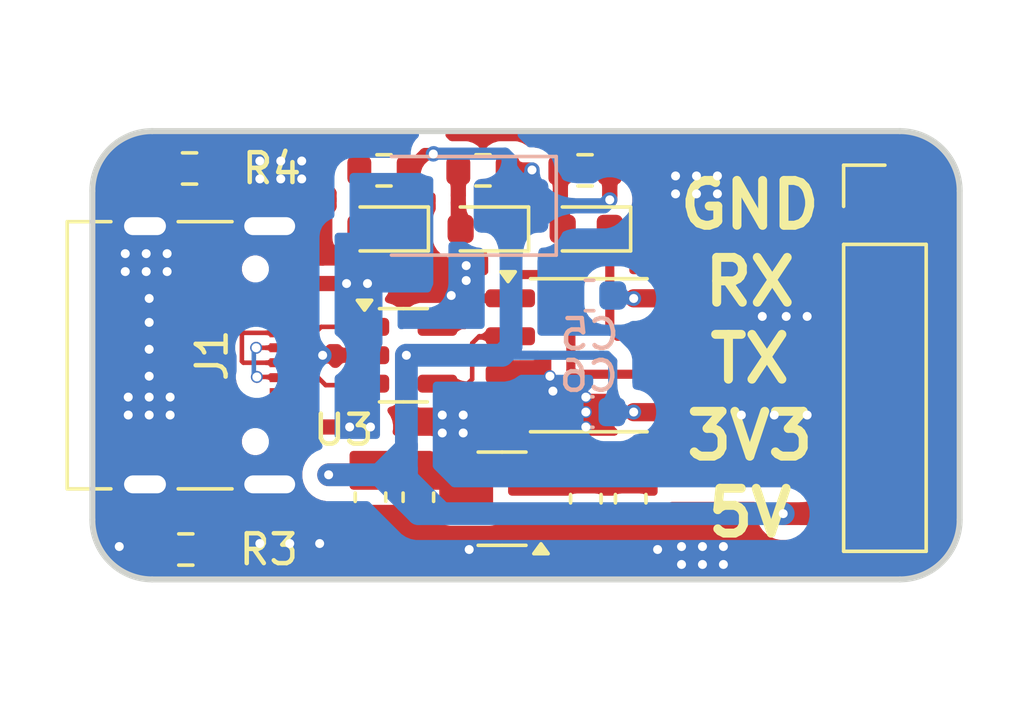
<source format=kicad_pcb>
(kicad_pcb (version 20241229) (generator "pcbnew") (generator_version "9.0")
  (layers (0 "F.Cu" signal) (2 "B.Cu" signal) (13 "F.Paste" user) (15 "B.Paste" user) (5 "F.SilkS" user "F.Silkscreen") (7 "B.SilkS" user "B.Silkscreen") (1 "F.Mask" user) (3 "B.Mask" user) (25 "Edge.Cuts" user))
  (net 0 "")
  (net 1 "+5V")
  (net 2 "GND")
  (net 3 "+3.3V")
  (net 4 "Net-(U1-V3)")
  (net 5 "Net-(D1-A)")
  (net 6 "Net-(D2-A)")
  (net 7 "/TXD")
  (net 8 "Net-(D3-A)")
  (net 9 "/RXD")
  (net 10 "Net-(D4-A)")
  (net 11 "Net-(J1-D--PadA7)")
  (net 13 "Net-(J1-D+-PadA6)")
  (net 14 "Net-(J1-CC2)")
  (net 16 "Net-(J1-CC1)")
  (net 17 "/USB_D+")
  (net 18 "/USB_D-")
  (footprint "Connector_PinHeader_2.54mm:PinHeader_1x05_P2.54mm_Vertical" (layer "F.Cu") (at 169.5 102.52)
    (property "Reference" "J2" (hide yes))
    (property "Value" "Conn_01x05")
    (fp_line (start -1.38 -1.38) (end 0 -1.38) (stroke (width 0.12)) (layer "F.SilkS"))
    (fp_line (start -1.38 0) (end -1.38 -1.38) (stroke (width 0.12)) (layer "F.SilkS"))
    (fp_line (start -1.38 1.27) (end -1.38 11.54) (stroke (width 0.12)) (layer "F.SilkS"))
    (fp_line (start -1.38 1.27) (end 1.38 1.27) (stroke (width 0.12)) (layer "F.SilkS"))
    (fp_line (start -1.38 11.54) (end 1.38 11.54) (stroke (width 0.12)) (layer "F.SilkS"))
    (fp_line (start 1.38 1.27) (end 1.38 11.54) (stroke (width 0.12)) (layer "F.SilkS"))
    (pad "1" smd rect (at 0 0) (size 4 1.7) (layers "F.Cu" "F.Mask" "F.Paste") (net 2 "GND"))
    (pad "2" smd rect (at 0 2.54) (size 4 1.7) (layers "F.Cu" "F.Mask" "F.Paste") (net 9 "/RXD"))
    (pad "3" smd rect (at 0 5.08) (size 4 1.7) (layers "F.Cu" "F.Mask" "F.Paste") (net 7 "/TXD"))
    (pad "4" smd rect (at 0 7.62) (size 4 1.7) (layers "F.Cu" "F.Mask" "F.Paste") (net 3 "+3.3V"))
    (pad "5" smd rect (at 0 10.16) (size 4 1.7) (layers "F.Cu" "F.Mask" "F.Paste") (net 1 "+5V"))
  )
  (footprint "Package_TO_SOT_SMD:SOT-23-3" (layer "F.Cu") (at 156.7 112.3 180)
    (property "Reference" "U2" (hide yes))
    (property "Value" "XC6206PxxxMR")
    (fp_line (start 0 1.56) (end 0.8 1.56) (stroke (width 0.12)) (layer "F.SilkS"))
    (fp_line (start 0 1.56) (end -0.8 1.56) (stroke (width 0.12)) (layer "F.SilkS"))
    (fp_line (start 0 -1.56) (end 0.8 -1.56) (stroke (width 0.12)) (layer "F.SilkS"))
    (fp_line (start 0 -1.56) (end -0.8 -1.56) (stroke (width 0.12)) (layer "F.SilkS"))
    (fp_poly (pts (xy -1.3 -1.51) (xy -1.54 -1.84) (xy -1.06 -1.84)) (stroke (width 0.12)) (fill yes) (layer "F.SilkS"))
    (pad "1" smd roundrect (at -1.1375 -0.95 180) (size 1.325 0.6) (layers "F.Cu" "F.Mask" "F.Paste") (net 2 "GND"))
    (pad "2" smd roundrect (at -1.1375 0.95 180) (size 1.325 0.6) (layers "F.Cu" "F.Mask" "F.Paste") (net 3 "+3.3V"))
    (pad "3" smd roundrect (at 1.1375 0 180) (size 1.325 0.6) (layers "F.Cu" "F.Mask" "F.Paste") (net 1 "+5V"))
  )
  (footprint "Capacitor_SMD:C_0603_1608Metric" (layer "F.Cu") (at 153.9 112.25 -90)
    (property "Reference" "C1" (hide yes))
    (property "Value" "104")
    (fp_line (start -0.14058 0.51) (end 0.14058 0.51) (stroke (width 0.12)) (layer "F.SilkS"))
    (fp_line (start -0.14058 -0.51) (end 0.14058 -0.51) (stroke (width 0.12)) (layer "F.SilkS"))
    (pad "1" smd roundrect (at -0.775 0 270) (size 0.9 0.95) (layers "F.Cu" "F.Mask" "F.Paste") (net 1 "+5V"))
    (pad "2" smd roundrect (at 0.775 0 270) (size 0.9 0.95) (layers "F.Cu" "F.Mask" "F.Paste") (net 2 "GND"))
  )
  (footprint "Capacitor_SMD:C_0603_1608Metric" (layer "F.Cu") (at 159.5 112.3 -90)
    (property "Reference" "C3" (hide yes))
    (property "Value" "106")
    (fp_line (start -0.14058 0.51) (end 0.14058 0.51) (stroke (width 0.12)) (layer "F.SilkS"))
    (fp_line (start -0.14058 -0.51) (end 0.14058 -0.51) (stroke (width 0.12)) (layer "F.SilkS"))
    (pad "1" smd roundrect (at -0.775 0 270) (size 0.9 0.95) (layers "F.Cu" "F.Mask" "F.Paste") (net 3 "+3.3V"))
    (pad "2" smd roundrect (at 0.775 0 270) (size 0.9 0.95) (layers "F.Cu" "F.Mask" "F.Paste") (net 2 "GND"))
  )
  (footprint "Capacitor_SMD:C_0603_1608Metric" (layer "F.Cu") (at 152.3 112.25 -90)
    (property "Reference" "C2" (hide yes))
    (property "Value" "106")
    (fp_line (start -0.14058 0.51) (end 0.14058 0.51) (stroke (width 0.12)) (layer "F.SilkS"))
    (fp_line (start -0.14058 -0.51) (end 0.14058 -0.51) (stroke (width 0.12)) (layer "F.SilkS"))
    (pad "1" smd roundrect (at -0.775 0 270) (size 0.9 0.95) (layers "F.Cu" "F.Mask" "F.Paste") (net 1 "+5V"))
    (pad "2" smd roundrect (at 0.775 0 270) (size 0.9 0.95) (layers "F.Cu" "F.Mask" "F.Paste") (net 2 "GND"))
  )
  (footprint "Connector_USB:USB_C_Receptacle_Palconn_UTC16-G" (layer "F.Cu") (at 147 107.5 -90)
    (property "Reference" "J1" (at 0 0 90) (layer "F.SilkS"))
    (property "Value" "USB_C_Receptacle_USB2.0_16P")
    (fp_line (start -4.47 4.84) (end -4.47 3.38) (stroke (width 0.12)) (layer "F.SilkS"))
    (fp_line (start 4.47 4.84) (end -4.47 4.84) (stroke (width 0.12)) (layer "F.SilkS"))
    (fp_line (start 4.47 4.84) (end 4.47 3.38) (stroke (width 0.12)) (layer "F.SilkS"))
    (fp_line (start -4.47 -0.67) (end -4.47 1.13) (stroke (width 0.12)) (layer "F.SilkS"))
    (fp_line (start 4.47 -0.67) (end 4.47 1.13) (stroke (width 0.12)) (layer "F.SilkS"))
    (pad "" np_thru_hole circle (at -2.89 -1.45 90) (size 0.6 0.6) (drill 0.6) (layers "*.Cu" "*.Mask"))
    (pad "" np_thru_hole circle (at 2.89 -1.45 90) (size 0.6 0.6) (drill 0.6) (layers "*.Cu" "*.Mask"))
    (pad "A1" smd rect (at -3.2 -2.51 270) (size 0.6 1.16) (layers "F.Cu" "F.Mask" "F.Paste") (net 2 "GND"))
    (pad "A4" smd rect (at -2.4 -2.51 270) (size 0.6 1.16) (layers "F.Cu" "F.Mask" "F.Paste") (net 5 "Net-(D1-A)"))
    (pad "A5" smd rect (at -1.25 -2.51 90) (size 0.3 1.16) (layers "F.Cu" "F.Mask" "F.Paste") (net 16 "Net-(J1-CC1)"))
    (pad "A6" smd rect (at -0.25 -2.51 90) (size 0.3 1.16) (layers "F.Cu" "F.Mask" "F.Paste") (net 13 "Net-(J1-D+-PadA6)"))
    (pad "A7" smd rect (at 0.25 -2.51 90) (size 0.3 1.16) (layers "F.Cu" "F.Mask" "F.Paste") (net 11 "Net-(J1-D--PadA7)"))
    (pad "A8" smd rect (at 1.25 -2.51 90) (size 0.3 1.16) (layers "F.Cu" "F.Mask" "F.Paste"))
    (pad "A9" smd rect (at 2.4 -2.51 270) (size 0.6 1.16) (layers "F.Cu" "F.Mask" "F.Paste") (net 5 "Net-(D1-A)"))
    (pad "A12" smd rect (at 3.2 -2.51 270) (size 0.6 1.16) (layers "F.Cu" "F.Mask" "F.Paste") (net 2 "GND"))
    (pad "B1" smd rect (at 3.2 -2.51 270) (size 0.6 1.16) (layers "F.Cu" "F.Mask" "F.Paste") (net 2 "GND"))
    (pad "B4" smd rect (at 2.4 -2.51 270) (size 0.6 1.16) (layers "F.Cu" "F.Mask" "F.Paste") (net 5 "Net-(D1-A)"))
    (pad "B5" smd rect (at 1.75 -2.51 90) (size 0.3 1.16) (layers "F.Cu" "F.Mask" "F.Paste") (net 14 "Net-(J1-CC2)"))
    (pad "B6" smd rect (at 0.75 -2.51 90) (size 0.3 1.16) (layers "F.Cu" "F.Mask" "F.Paste") (net 13 "Net-(J1-D+-PadA6)"))
    (pad "B7" smd rect (at -0.75 -2.51 90) (size 0.3 1.16) (layers "F.Cu" "F.Mask" "F.Paste") (net 11 "Net-(J1-D--PadA7)"))
    (pad "B8" smd rect (at -1.75 -2.51 90) (size 0.3 1.16) (layers "F.Cu" "F.Mask" "F.Paste"))
    (pad "B9" smd rect (at -2.4 -2.51 270) (size 0.6 1.16) (layers "F.Cu" "F.Mask" "F.Paste") (net 5 "Net-(D1-A)"))
    (pad "B12" smd rect (at -3.2 -2.51 270) (size 0.6 1.16) (layers "F.Cu" "F.Mask" "F.Paste") (net 2 "GND"))
    (pad "S1" thru_hole oval (at -4.32 -1.93) (size 2 0.9) (drill oval 1.7 0.6) (property pad_prop_heatsink) (layers "*.Cu" "*.Mask") (net 2 "GND"))
    (pad "S1" thru_hole oval (at -4.32 2.24) (size 1.7 0.9) (drill oval 1.4 0.6) (property pad_prop_heatsink) (layers "*.Cu" "*.Mask") (net 2 "GND"))
    (pad "S1" thru_hole oval (at 4.32 -1.93) (size 2 0.9) (drill oval 1.7 0.6) (property pad_prop_heatsink) (layers "*.Cu" "*.Mask") (net 2 "GND"))
    (pad "S1" thru_hole oval (at 4.32 2.24) (size 1.7 0.9) (drill oval 1.4 0.6) (property pad_prop_heatsink) (layers "*.Cu" "*.Mask") (net 2 "GND"))
  )
  (footprint "Package_TO_SOT_SMD:SOT-23-6" (layer "F.Cu") (at 153.4 107.5)
    (property "Reference" "U3" (at -2 2.5 0) (layer "F.SilkS"))
    (property "Value" "USBLC6-2SC6")
    (fp_line (start 0 -1.56) (end -0.8 -1.56) (stroke (width 0.12)) (layer "F.SilkS"))
    (fp_line (start 0 -1.56) (end 0.8 -1.56) (stroke (width 0.12)) (layer "F.SilkS"))
    (fp_line (start 0 1.56) (end -0.8 1.56) (stroke (width 0.12)) (layer "F.SilkS"))
    (fp_line (start 0 1.56) (end 0.8 1.56) (stroke (width 0.12)) (layer "F.SilkS"))
    (fp_poly (pts (xy -1.3 -1.51) (xy -1.54 -1.84) (xy -1.06 -1.84)) (stroke (width 0.12)) (fill yes) (layer "F.SilkS"))
    (pad "1" smd roundrect (at -1.1375 -0.95) (size 1.325 0.6) (layers "F.Cu" "F.Mask" "F.Paste") (net 11 "Net-(J1-D--PadA7)"))
    (pad "2" smd roundrect (at -1.1375 0) (size 1.325 0.6) (layers "F.Cu" "F.Mask" "F.Paste") (net 2 "GND"))
    (pad "3" smd roundrect (at -1.1375 0.95) (size 1.325 0.6) (layers "F.Cu" "F.Mask" "F.Paste") (net 13 "Net-(J1-D+-PadA6)"))
    (pad "4" smd roundrect (at 1.1375 0.95) (size 1.325 0.6) (layers "F.Cu" "F.Mask" "F.Paste") (net 17 "/USB_D+"))
    (pad "5" smd roundrect (at 1.1375 0) (size 1.325 0.6) (layers "F.Cu" "F.Mask" "F.Paste") (net 1 "+5V"))
    (pad "6" smd roundrect (at 1.1375 -0.95) (size 1.325 0.6) (layers "F.Cu" "F.Mask" "F.Paste") (net 18 "/USB_D-"))
  )
  (footprint "Resistor_SMD:R_0603_1608Metric" (layer "F.Cu") (at 146.25 101.25 180)
    (property "Reference" "R4" (at -2.75 0 0) (layer "F.SilkS"))
    (property "Value" "5.1K")
    (fp_line (start -0.237258 0.5225) (end 0.237258 0.5225) (stroke (width 0.12)) (layer "F.SilkS"))
    (fp_line (start -0.237258 -0.5225) (end 0.237258 -0.5225) (stroke (width 0.12)) (layer "F.SilkS"))
    (pad "1" smd roundrect (at -0.825 0 180) (size 0.8 0.95) (layers "F.Cu" "F.Mask" "F.Paste") (net 16 "Net-(J1-CC1)"))
    (pad "2" smd roundrect (at 0.825 0 180) (size 0.8 0.95) (layers "F.Cu" "F.Mask" "F.Paste") (net 2 "GND"))
  )
  (footprint "Resistor_SMD:R_0603_1608Metric" (layer "F.Cu") (at 159.47375 101.31375 180)
    (property "Reference" "R2" (hide yes))
    (property "Value" "10K")
    (fp_line (start -0.237258 0.5225) (end 0.237258 0.5225) (stroke (width 0.12)) (layer "F.SilkS"))
    (fp_line (start -0.237258 -0.5225) (end 0.237258 -0.5225) (stroke (width 0.12)) (layer "F.SilkS"))
    (pad "1" smd roundrect (at -0.825 0 180) (size 0.8 0.95) (layers "F.Cu" "F.Mask" "F.Paste") (net 1 "+5V"))
    (pad "2" smd roundrect (at 0.825 0 180) (size 0.8 0.95) (layers "F.Cu" "F.Mask" "F.Paste") (net 10 "Net-(D4-A)"))
  )
  (footprint "LED_SMD:LED_0603_1608Metric" (layer "F.Cu") (at 156.10125 103.27375 180)
    (property "Reference" "D3" (hide yes))
    (property "Value" "LED")
    (fp_line (start 0.8 -0.735) (end -1.485 -0.735) (stroke (width 0.12)) (layer "F.SilkS"))
    (fp_line (start -1.485 0.735) (end 0.8 0.735) (stroke (width 0.12)) (layer "F.SilkS"))
    (fp_line (start -1.485 -0.735) (end -1.485 0.735) (stroke (width 0.12)) (layer "F.SilkS"))
    (pad "1" smd roundrect (at -0.7875 0 180) (size 0.875 0.95) (layers "F.Cu" "F.Mask" "F.Paste") (net 7 "/TXD"))
    (pad "2" smd roundrect (at 0.7875 0 180) (size 0.875 0.95) (layers "F.Cu" "F.Mask" "F.Paste") (net 8 "Net-(D3-A)"))
  )
  (footprint "LED_SMD:LED_0603_1608Metric" (layer "F.Cu") (at 159.51375 103.27375 180)
    (property "Reference" "D4" (hide yes))
    (property "Value" "LED")
    (fp_line (start 0.8 -0.735) (end -1.485 -0.735) (stroke (width 0.12)) (layer "F.SilkS"))
    (fp_line (start -1.485 0.735) (end 0.8 0.735) (stroke (width 0.12)) (layer "F.SilkS"))
    (fp_line (start -1.485 -0.735) (end -1.485 0.735) (stroke (width 0.12)) (layer "F.SilkS"))
    (pad "1" smd roundrect (at -0.7875 0 180) (size 0.875 0.95) (layers "F.Cu" "F.Mask" "F.Paste") (net 9 "/RXD"))
    (pad "2" smd roundrect (at 0.7875 0 180) (size 0.875 0.95) (layers "F.Cu" "F.Mask" "F.Paste") (net 10 "Net-(D4-A)"))
  )
  (footprint "Resistor_SMD:R_0603_1608Metric" (layer "F.Cu") (at 152.75125 101.31375 180)
    (property "Reference" "R5" (hide yes))
    (property "Value" "10K")
    (fp_line (start -0.237258 0.5225) (end 0.237258 0.5225) (stroke (width 0.12)) (layer "F.SilkS"))
    (fp_line (start -0.237258 -0.5225) (end 0.237258 -0.5225) (stroke (width 0.12)) (layer "F.SilkS"))
    (pad "1" smd roundrect (at -0.825 0 180) (size 0.8 0.95) (layers "F.Cu" "F.Mask" "F.Paste") (net 1 "+5V"))
    (pad "2" smd roundrect (at 0.825 0 180) (size 0.8 0.95) (layers "F.Cu" "F.Mask" "F.Paste") (net 6 "Net-(D2-A)"))
  )
  (footprint "LED_SMD:LED_0603_1608Metric" (layer "F.Cu") (at 152.75125 103.27375 180)
    (property "Reference" "D2" (hide yes))
    (property "Value" "LED")
    (fp_line (start 0.8 -0.735) (end -1.485 -0.735) (stroke (width 0.12)) (layer "F.SilkS"))
    (fp_line (start -1.485 0.735) (end 0.8 0.735) (stroke (width 0.12)) (layer "F.SilkS"))
    (fp_line (start -1.485 -0.735) (end -1.485 0.735) (stroke (width 0.12)) (layer "F.SilkS"))
    (pad "1" smd roundrect (at -0.7875 0 180) (size 0.875 0.95) (layers "F.Cu" "F.Mask" "F.Paste") (net 2 "GND"))
    (pad "2" smd roundrect (at 0.7875 0 180) (size 0.875 0.95) (layers "F.Cu" "F.Mask" "F.Paste") (net 6 "Net-(D2-A)"))
  )
  (footprint "Resistor_SMD:R_0603_1608Metric" (layer "F.Cu") (at 156.06125 101.31375 180)
    (property "Reference" "R1" (hide yes))
    (property "Value" "10K")
    (fp_line (start -0.237258 0.5225) (end 0.237258 0.5225) (stroke (width 0.12)) (layer "F.SilkS"))
    (fp_line (start -0.237258 -0.5225) (end 0.237258 -0.5225) (stroke (width 0.12)) (layer "F.SilkS"))
    (pad "1" smd roundrect (at -0.825 0 180) (size 0.8 0.95) (layers "F.Cu" "F.Mask" "F.Paste") (net 1 "+5V"))
    (pad "2" smd roundrect (at 0.825 0 180) (size 0.8 0.95) (layers "F.Cu" "F.Mask" "F.Paste") (net 8 "Net-(D3-A)"))
  )
  (footprint "Resistor_SMD:R_0603_1608Metric" (layer "F.Cu") (at 146.125 114 180)
    (property "Reference" "R3" (at -2.775 0 0) (layer "F.SilkS"))
    (property "Value" "5.1K")
    (fp_line (start -0.237258 0.5225) (end 0.237258 0.5225) (stroke (width 0.12)) (layer "F.SilkS"))
    (fp_line (start -0.237258 -0.5225) (end 0.237258 -0.5225) (stroke (width 0.12)) (layer "F.SilkS"))
    (pad "1" smd roundrect (at -0.825 0 180) (size 0.8 0.95) (layers "F.Cu" "F.Mask" "F.Paste") (net 14 "Net-(J1-CC2)"))
    (pad "2" smd roundrect (at 0.825 0 180) (size 0.8 0.95) (layers "F.Cu" "F.Mask" "F.Paste") (net 2 "GND"))
  )
  (footprint "Capacitor_SMD:C_0603_1608Metric" (layer "F.Cu") (at 161 112.3 -90)
    (property "Reference" "C4" (hide yes))
    (property "Value" "104")
    (fp_line (start -0.14058 0.51) (end 0.14058 0.51) (stroke (width 0.12)) (layer "F.SilkS"))
    (fp_line (start -0.14058 -0.51) (end 0.14058 -0.51) (stroke (width 0.12)) (layer "F.SilkS"))
    (pad "1" smd roundrect (at -0.775 0 270) (size 0.9 0.95) (layers "F.Cu" "F.Mask" "F.Paste") (net 3 "+3.3V"))
    (pad "2" smd roundrect (at 0.775 0 270) (size 0.9 0.95) (layers "F.Cu" "F.Mask" "F.Paste") (net 2 "GND"))
  )
  (footprint "Package_SO:SOP-8_3.9x4.9mm_P1.27mm" (layer "F.Cu") (at 159.6 107.5)
    (property "Reference" "U1" (hide yes))
    (property "Value" "CH340N")
    (fp_line (start 0 -2.56) (end -1.95 -2.56) (stroke (width 0.12)) (layer "F.SilkS"))
    (fp_line (start 0 -2.56) (end 1.95 -2.56) (stroke (width 0.12)) (layer "F.SilkS"))
    (fp_line (start 0 2.56) (end -1.95 2.56) (stroke (width 0.12)) (layer "F.SilkS"))
    (fp_line (start 0 2.56) (end 1.95 2.56) (stroke (width 0.12)) (layer "F.SilkS"))
    (fp_poly (pts (xy -2.7 -2.465) (xy -2.94 -2.795) (xy -2.46 -2.795)) (stroke (width 0.12)) (fill yes) (layer "F.SilkS"))
    (pad "1" smd roundrect (at -2.625 -1.905) (size 1.65 0.6) (layers "F.Cu" "F.Mask" "F.Paste") (net 18 "/USB_D-"))
    (pad "2" smd roundrect (at -2.625 -0.635) (size 1.65 0.6) (layers "F.Cu" "F.Mask" "F.Paste") (net 17 "/USB_D+"))
    (pad "3" smd roundrect (at -2.625 0.635) (size 1.65 0.6) (layers "F.Cu" "F.Mask" "F.Paste") (net 2 "GND"))
    (pad "4" smd roundrect (at -2.625 1.905) (size 1.65 0.6) (layers "F.Cu" "F.Mask" "F.Paste"))
    (pad "5" smd roundrect (at 2.625 1.905) (size 1.65 0.6) (layers "F.Cu" "F.Mask" "F.Paste") (net 1 "+5V"))
    (pad "6" smd roundrect (at 2.625 0.635) (size 1.65 0.6) (layers "F.Cu" "F.Mask" "F.Paste") (net 7 "/TXD"))
    (pad "7" smd roundrect (at 2.625 -0.635) (size 1.65 0.6) (layers "F.Cu" "F.Mask" "F.Paste") (net 9 "/RXD"))
    (pad "8" smd roundrect (at 2.625 -1.905) (size 1.65 0.6) (layers "F.Cu" "F.Mask" "F.Paste") (net 4 "Net-(U1-V3)"))
  )
  (footprint "Capacitor_SMD:C_0603_1608Metric" (layer "B.Cu") (at 159.6 109.4 180)
    (property "Reference" "C6" (at 0 1.2 0) (layer "B.SilkS") (effects (justify mirror)))
    (property "Value" "104" (hide yes))
    (fp_line (start -0.14058 0.51) (end 0.14058 0.51) (stroke (width 0.12)) (layer "B.SilkS"))
    (fp_line (start -0.14058 -0.51) (end 0.14058 -0.51) (stroke (width 0.12)) (layer "B.SilkS"))
    (pad "1" smd roundrect (at -0.775 0 180) (size 0.9 0.95) (layers "B.Cu" "B.Mask" "B.Paste") (net 1 "+5V"))
    (pad "2" smd roundrect (at 0.775 0 180) (size 0.9 0.95) (layers "B.Cu" "B.Mask" "B.Paste") (net 2 "GND"))
  )
  (footprint "Capacitor_SMD:C_0603_1608Metric" (layer "B.Cu") (at 159.625 105.5 180)
    (property "Reference" "C5" (at 0 -1.3 0) (layer "B.SilkS") (effects (justify mirror)))
    (property "Value" "104" (hide yes))
    (fp_line (start -0.14058 0.51) (end 0.14058 0.51) (stroke (width 0.12)) (layer "B.SilkS"))
    (fp_line (start -0.14058 -0.51) (end 0.14058 -0.51) (stroke (width 0.12)) (layer "B.SilkS"))
    (pad "1" smd roundrect (at -0.775 0 180) (size 0.9 0.95) (layers "B.Cu" "B.Mask" "B.Paste") (net 4 "Net-(U1-V3)"))
    (pad "2" smd roundrect (at 0.775 0 180) (size 0.9 0.95) (layers "B.Cu" "B.Mask" "B.Paste") (net 2 "GND"))
  )
  (footprint "Diode_SMD:D_SMA" (layer "B.Cu") (at 155 102.5 180)
    (property "Reference" "D1" (hide yes))
    (property "Value" "SS24" (hide yes))
    (fp_line (start -3.51 1.65) (end 2 1.65) (stroke (width 0.12)) (layer "B.SilkS"))
    (fp_line (start -3.51 1.65) (end -3.51 -1.65) (stroke (width 0.12)) (layer "B.SilkS"))
    (fp_line (start -3.51 -1.65) (end 2 -1.65) (stroke (width 0.12)) (layer "B.SilkS"))
    (pad "1" smd roundrect (at -2 0 180) (size 2.5 1.8) (layers "B.Cu" "B.Mask" "B.Paste") (roundrect_rratio 0.1388888889) (net 1 "+5V"))
    (pad "2" smd roundrect (at 2 0 180) (size 2.5 1.8) (layers "B.Cu" "B.Mask" "B.Paste") (roundrect_rratio 0.1388888889) (net 5 "Net-(D1-A)"))
  )
  (gr_line (start 145 100) (end 170 100) (stroke (width 0.2)) (layer "Edge.Cuts"))
  (gr_arc (start 143 102) (mid 143.585786 100.585786) (end 145 100) (stroke (width 0.2)) (layer "Edge.Cuts"))
  (gr_arc (start 172 113) (mid 171.414214 114.414214) (end 170 115) (stroke (width 0.2)) (layer "Edge.Cuts"))
  (gr_line (start 170 115) (end 145 115) (stroke (width 0.2)) (layer "Edge.Cuts"))
  (gr_arc (start 170 100) (mid 171.414214 100.585786) (end 172 102) (stroke (width 0.2)) (layer "Edge.Cuts"))
  (gr_line (start 143 113) (end 143 102) (stroke (width 0.2)) (layer "Edge.Cuts"))
  (gr_arc (start 145 115) (mid 143.585786 114.414214) (end 143 113) (stroke (width 0.2)) (layer "Edge.Cuts"))
  (gr_line (start 172 102) (end 172 113) (stroke (width 0.2)) (layer "Edge.Cuts"))
  (gr_text "TX" (at 163.5 108.5 0) (layer "F.SilkS") (effects (font (size 1.5 1.5) (thickness 0.3) (bold yes)) (justify left bottom)))
  (gr_text "3V3\n" (at 162.714286 111.075 0) (layer "F.SilkS") (effects (font (size 1.5 1.5) (thickness 0.3) (bold yes)) (justify left bottom)))
  (gr_text "RX" (at 163.321429 105.925 0) (layer "F.SilkS") (effects (font (size 1.5 1.5) (thickness 0.3) (bold yes)) (justify left bottom)))
  (gr_text "GND" (at 162.5 103.35 0) (layer "F.SilkS") (effects (font (size 1.5 1.5) (thickness 0.3) (bold yes)) (justify left bottom)))
  (gr_text "5V\n" (at 163.428572 113.65 0) (layer "F.SilkS") (effects (font (size 1.5 1.5) (thickness 0.3) (bold yes)) (justify left bottom)))
  (segment (start 161.105 109.405) (end 161.1 109.4) (width 0.3048) (layer "F.Cu") (net 1))
  (segment (start 156.9 101.3) (end 156.88625 101.31375) (width 0.508) (layer "F.Cu") (net 1))
  (segment (start 160.3 101.315) (end 160.29875 101.31375) (width 0.508) (layer "F.Cu") (net 1))
  (segment (start 157.7 101.3) (end 156.9 101.3) (width 0.508) (layer "F.Cu") (net 1))
  (segment (start 154.12365 100.76635) (end 153.57625 101.31375) (width 0.4064) (layer "F.Cu") (net 1))
  (segment (start 160.3 102.3) (end 160.3 101.315) (width 0.508) (layer "F.Cu") (net 1))
  (segment (start 150.9 111.5) (end 152.275 111.5) (width 0.762) (layer "F.Cu") (net 1))
  (segment (start 169.38 112.8) (end 169.5 112.68) (width 0.762) (layer "F.Cu") (net 1))
  (segment (start 166.1 112.8) (end 169.38 112.8) (width 0.762) (layer "F.Cu") (net 1))
  (segment (start 160.29875 101.31375) (end 160.26125 101.31375) (width 0.3048) (layer "F.Cu") (net 1))
  (segment (start 154.4 100.76635) (end 154.12365 100.76635) (width 0.4064) (layer "F.Cu") (net 1))
  (segment (start 162.225 109.405) (end 161.105 109.405) (width 0.6096) (layer "F.Cu") (net 1))
  (segment (start 152.275 111.5) (end 152.3 111.475) (width 0.762) (layer "F.Cu") (net 1))
  (segment (start 153.5 107.5) (end 154.5375 107.5) (width 0.508) (layer "F.Cu") (net 1))
  (via (at 153.5 107.5) (size 0.5) (drill 0.3) (layers "F.Cu" "B.Cu") (net 1))
  (via (at 166.1 112.8) (size 0.5) (drill 0.3) (layers "F.Cu" "B.Cu") (net 1))
  (via (at 161.1 109.4) (size 0.5) (drill 0.3) (layers "F.Cu" "B.Cu") (net 1))
  (via (at 150.9 111.5) (size 0.5) (drill 0.3) (layers "F.Cu" "B.Cu") (net 1))
  (via (at 157.7 101.3) (size 0.5) (drill 0.3) (layers "F.Cu" "B.Cu") (net 1))
  (via (at 154.4 100.76635) (size 0.4) (drill 0.3) (layers "F.Cu" "B.Cu") (net 1))
  (via (at 160.3 102.3) (size 0.5) (drill 0.3) (layers "F.Cu" "B.Cu") (net 1))
  (segment (start 153.5 111.62) (end 154.5 112.62) (width 0.762) (layer "B.Cu") (net 1))
  (segment (start 154.4 100.76635) (end 154.41135 100.755) (width 0.508) (layer "B.Cu") (net 1))
  (segment (start 160.4 109.375) (end 160.375 109.4) (width 0.3048) (layer "B.Cu") (net 1))
  (segment (start 153.3 111.5) (end 153.5 111.3) (width 0.762) (layer "B.Cu") (net 1))
  (segment (start 154.41135 100.755) (end 156.8 100.755) (width 0.4064) (layer "B.Cu") (net 1))
  (segment (start 153.5 112.4) (end 153.5 111.3) (width 0.762) (layer "B.Cu") (net 1))
  (segment (start 153.5 110.5) (end 153.5 110.9) (width 0.762) (layer "B.Cu") (net 1))
  (segment (start 157.3 107.5) (end 157 107.2) (width 0.3048) (layer "B.Cu") (net 1))
  (segment (start 153.5 111.3) (end 153.5 111.62) (width 0.762) (layer "B.Cu") (net 1))
  (segment (start 152.6 111.5) (end 153.5 110.6) (width 0.762) (layer "B.Cu") (net 1))
  (segment (start 153.9 112.8) (end 153.5 112.4) (width 0.762) (layer "B.Cu") (net 1))
  (segment (start 150.9 111.5) (end 152.6 111.5) (width 0.762) (layer "B.Cu") (net 1))
  (segment (start 160.4 107.7) (end 160.4 109.375) (width 0.3048) (layer "B.Cu") (net 1))
  (segment (start 157.3 102.5) (end 157.7 102.1) (width 0.508) (layer "B.Cu") (net 1))
  (segment (start 157 100.955) (end 157 102.5) (width 0.4064) (layer "B.Cu") (net 1))
  (segment (start 152.6 111.5) (end 153.5 112.4) (width 0.762) (layer "B.Cu") (net 1))
  (segment (start 152.6 111.5) (end 152.9 111.5) (width 0.762) (layer "B.Cu") (net 1))
  (segment (start 155.7 107.5) (end 157.9 107.5) (width 0.3048) (layer "B.Cu") (net 1))
  (segment (start 152.6 111.5) (end 153.3 111.5) (width 0.762) (layer "B.Cu") (net 1))
  (segment (start 160.2 107.5) (end 160.4 107.7) (width 0.3048) (layer "B.Cu") (net 1))
  (segment (start 156.8 100.755) (end 157 100.955) (width 0.4064) (layer "B.Cu") (net 1))
  (segment (start 157 107.2) (end 156.7 107.5) (width 0.762) (layer "B.Cu") (net 1))
  (segment (start 157.9 107.5) (end 157.3 107.5) (width 0.3048) (layer "B.Cu") (net 1))
  (segment (start 155.7 107.5) (end 153.5 107.5) (width 0.762) (layer "B.Cu") (net 1))
  (segment (start 154.5 112.62) (end 154.68 112.8) (width 0.762) (layer "B.Cu") (net 1))
  (segment (start 157 102.5) (end 157 107.2) (width 0.762) (layer "B.Cu") (net 1))
  (segment (start 157 102.5) (end 160.1 102.5) (width 0.508) (layer "B.Cu") (net 1))
  (segment (start 153.5 110.6) (end 153.5 110.5) (width 0.762) (layer "B.Cu") (net 1))
  (segment (start 153.5 110.9) (end 153.5 111.3) (width 0.762) (layer "B.Cu") (net 1))
  (segment (start 157.7 102.1) (end 157.7 101.3) (width 0.508) (layer "B.Cu") (net 1))
  (segment (start 153.5 107.5) (end 153.5 110.5) (width 0.762) (layer "B.Cu") (net 1))
  (segment (start 161.1 109.4) (end 160.375 109.4) (width 0.3048) (layer "B.Cu") (net 1))
  (segment (start 154.68 112.8) (end 153.9 112.8) (width 0.762) (layer "B.Cu") (net 1))
  (segment (start 157 102.5) (end 157.3 102.5) (width 0.508) (layer "B.Cu") (net 1))
  (segment (start 152.9 111.5) (end 153.5 110.9) (width 0.762) (layer "B.Cu") (net 1))
  (segment (start 160.1 102.5) (end 160.3 102.3) (width 0.508) (layer "B.Cu") (net 1))
  (segment (start 154.68 112.8) (end 166.1 112.8) (width 0.762) (layer "B.Cu") (net 1))
  (segment (start 156.7 107.5) (end 155.7 107.5) (width 0.762) (layer "B.Cu") (net 1))
  (segment (start 157.9 107.5) (end 160.2 107.5) (width 0.3048) (layer "B.Cu") (net 1))
  (segment (start 151 104) (end 150.18 103.18) (width 0.4) (layer "F.Cu") (net 2))
  (segment (start 150.18 103.18) (end 148.93 103.18) (width 0.4) (layer "F.Cu") (net 2))
  (segment (start 153.53875 103.96125) (end 153.3 104.2) (width 0.4) (layer "F.Cu") (net 2))
  (segment (start 153.3 104.2) (end 151.2 104.2) (width 0.4) (layer "F.Cu") (net 2))
  (segment (start 150.7 104.3) (end 151 104) (width 0.4) (layer "F.Cu") (net 2))
  (segment (start 152.2625 107.5) (end 150.7 107.5) (width 0.508) (layer "F.Cu") (net 2))
  (segment (start 151.2 104.2) (end 151 104) (width 0.4) (layer "F.Cu") (net 2))
  (segment (start 153.53875 103.27375) (end 153.53875 103.96125) (width 0.4) (layer "F.Cu") (net 2))
  (segment (start 149.51 104.3) (end 150.3 104.3) (width 0.4) (layer "F.Cu") (net 2))
  (segment (start 150.3 104.3) (end 150.7 104.3) (width 0.4) (layer "F.Cu") (net 2))
  (segment (start 150.3 104.3) (end 153.2 104.3) (width 0.4) (layer "F.Cu") (net 2))
  (segment (start 153.2 104.3) (end 153.3 104.2) (width 0.4) (layer "F.Cu") (net 2))
  (via (at 155.5 105) (size 0.4) (drill 0.3) (layers "F.Cu" "B.Cu") (net 2))
  (via (at 164.1 114.5) (size 0.4) (drill 0.3) (layers "F.Cu" "B.Cu") (net 2))
  (via (at 150.7 107.5) (size 0.6) (drill 0.3) (layers "F.Cu" "B.Cu") (net 2))
  (via (at 162.5 102.1) (size 0.4) (drill 0.3) (layers "F.Cu" "B.Cu") (net 2))
  (via (at 162.5 101.5) (size 0.4) (drill 0.3) (layers "F.Cu" "B.Cu") (net 2))
  (via (at 144.9 106.4) (size 0.6) (drill 0.3) (layers "F.Cu" "B.Cu") (net 2))
  (via (at 144.1 104.7) (size 0.4) (drill 0.3) (layers "F.Cu" "B.Cu") (net 2))
  (via (at 145.6 108.9) (size 0.4) (drill 0.3) (layers "F.Cu" "B.Cu") (net 2))
  (via (at 149.6 113.8) (size 0.6) (drill 0.3) (layers "F.Cu" "B.Cu") (net 2))
  (via (at 161.9 114) (size 0.6) (drill 0.3) (layers "F.Cu" "B.Cu") (net 2))
  (via (at 150 101.6) (size 0.4) (drill 0.3) (layers "F.Cu" "B.Cu") (net 2))
  (via (at 166.2 106.2) (size 0.6) (drill 0.3) (layers "F.Cu" "B.Cu") (net 2))
  (via (at 148.6 113.8) (size 0.6) (drill 0.3) (layers "F.Cu" "B.Cu") (net 2))
  (via (at 163.2 101.5) (size 0.4) (drill 0.3) (layers "F.Cu" "B.Cu") (net 2))
  (via (at 145.5 104.1) (size 0.4) (drill 0.3) (layers "F.Cu" "B.Cu") (net 2))
  (via (at 166.9 106.2) (size 0.6) (drill 0.3) (layers "F.Cu" "B.Cu") (net 2))
  (via (at 163.2 102.1) (size 0.4) (drill 0.3) (layers "F.Cu" "B.Cu") (net 2))
  (via (at 164.1 113.9) (size 0.4) (drill 0.3) (layers "F.Cu" "B.Cu") (net 2))
  (via (at 155 105.5) (size 0.4) (drill 0.3) (layers "F.Cu" "B.Cu") (net 2))
  (via (at 165.8 109.5) (size 0.6) (drill 0.3) (layers "F.Cu" "B.Cu") (net 2))
  (via (at 144.1 104.1) (size 0.4) (drill 0.3) (layers "F.Cu" "B.Cu") (net 2))
  (via (at 144.2 108.9) (size 0.4) (drill 0.3) (layers "F.Cu" "B.Cu") (net 2))
  (via (at 148.6 101) (size 0.4) (drill 0.3) (layers "F.Cu" "B.Cu") (net 2))
  (via (at 162.7 114.5) (size 0.4) (drill 0.3) (layers "F.Cu" "B.Cu") (net 2))
  (via (at 154.7 109.5) (size 0.4) (drill 0.3) (layers "F.Cu" "B.Cu") (net 2))
  (via (at 144.8 104.1) (size 0.4) (drill 0.3) (layers "F.Cu" "B.Cu") (net 2))
  (via (at 148.6 101.6) (size 0.4) (drill 0.3) (layers "F.Cu" "B.Cu") (net 2))
  (via (at 159.5 108.9) (size 0.4) (drill 0.3) (layers "F.Cu" "B.Cu") (net 2))
  (via (at 144.9 108.9) (size 0.4) (drill 0.3) (layers "F.Cu" "B.Cu") (net 2))
  (via (at 155.4 110.1) (size 0.4) (drill 0.3) (layers "F.Cu" "B.Cu") (net 2))
  (via (at 163.9 102.1) (size 0.4) (drill 0.3) (layers "F.Cu" "B.Cu") (net 2))
  (via (at 143.9 113.9) (size 0.6) (drill 0.3) (layers "F.Cu" "B.Cu") (net 2))
  (via (at 158.4 108.7) (size 0.4) (drill 0.3) (layers "F.Cu" "B.Cu") (net 2))
  (via (at 163.9 101.5) (size 0.4) (drill 0.3) (layers "F.Cu" "B.Cu") (net 2))
  (via (at 144.9 105.6) (size 0.6) (drill 0.3) (layers "F.Cu" "B.Cu") (net 2))
  (via (at 150.6 113.8) (size 0.6) (drill 0.3) (layers "F.Cu" "B.Cu") (net 2))
  (via (at 154.7 110.1) (size 0.4) (drill 0.3) (layers "F.Cu" "B.Cu") (net 2))
  (via (at 144.8 104.7) (size 0.4) (drill 0.3) (layers "F.Cu" "B.Cu") (net 2))
  (via (at 149.3 101) (size 0.4) (drill 0.3) (layers "F.Cu" "B.Cu") (net 2))
  (via (at 145.5 104.7) (size 0.4) (drill 0.3) (layers "F.Cu" "B.Cu") (net 2))
  (via (at 155.4 109.5) (size 0.4) (drill 0.3) (layers "F.Cu" "B.Cu") (net 2))
  (via (at 144.9 107.3) (size 0.6) (drill 0.3) (layers "F.Cu" "B.Cu") (net 2))
  (via (at 165.4 106.2) (size 0.6) (drill 0.3) (layers "F.Cu" "B.Cu") (net 2))
  (via (at 159.5 109.4) (size 0.4) (drill 0.3) (layers "F.Cu" "B.Cu") (net 2))
  (via (at 158.3 108.2) (size 0.4) (drill 0.3) (layers "F.Cu" "B.Cu") (net 2))
  (via (at 163.4 114.5) (size 0.4) (drill 0.3) (layers "F.Cu" "B.Cu") (net 2))
  (via (at 144.9 108.2) (size 0.6) (drill 0.3) (layers "F.Cu" "B.Cu") (net 2))
  (via (at 149.3 101.6) (size 0.4) (drill 0.3) (layers "F.Cu" "B.Cu") (net 2))
  (via (at 144.2 109.5) (size 0.4) (drill 0.3) (layers "F.Cu" "B.Cu") (net 2))
  (via (at 155.5 104.5) (size 0.4) (drill 0.3) (layers "F.Cu" "B.Cu") (net 2))
  (via (at 162.7 113.9) (size 0.4) (drill 0.3) (layers "F.Cu" "B.Cu") (net 2))
  (via (at 155.6 114) (size 0.6) (drill 0.3) (layers "F.Cu" "B.Cu") (net 2))
  (via (at 144.9 109.5) (size 0.4) (drill 0.3) (layers "F.Cu" "B.Cu") (net 2))
  (via (at 145.6 109.5) (size 0.4) (drill 0.3) (layers "F.Cu" "B.Cu") (net 2))
  (via (at 159.5 109.9) (size 0.4) (drill 0.3) (layers "F.Cu" "B.Cu") (net 2))
  (via (at 164.7 109.5) (size 0.6) (drill 0.3) (layers "F.Cu" "B.Cu") (net 2))
  (via (at 163.4 113.9) (size 0.4) (drill 0.3) (layers "F.Cu" "B.Cu") (net 2))
  (via (at 166.9 109.5) (size 0.6) (drill 0.3) (layers "F.Cu" "B.Cu") (net 2))
  (via (at 150 101) (size 0.4) (drill 0.3) (layers "F.Cu" "B.Cu") (net 2))
  (segment (start 168.06 110.14) (end 169.5 110.14) (width 0.762) (layer "F.Cu") (net 3))
  (segment (start 166.675 111.525) (end 168.06 110.14) (width 0.762) (layer "F.Cu") (net 3))
  (segment (start 161 111.525) (end 166.675 111.525) (width 0.762) (layer "F.Cu") (net 3))
  (segment (start 161.105 105.595) (end 161.1 105.6) (width 0.3048) (layer "F.Cu") (net 4))
  (segment (start 162.225 105.595) (end 161.105 105.595) (width 0.6096) (layer "F.Cu") (net 4))
  (via (at 161.1 105.6) (size 0.5) (drill 0.3) (layers "F.Cu" "B.Cu") (net 4))
  (segment (start 161.1 105.6) (end 160.5 105.6) (width 0.3048) (layer "B.Cu") (net 4))
  (segment (start 160.5 105.6) (end 160.4 105.5) (width 0.3048) (layer "B.Cu") (net 4))
  (segment (start 151.5 105.1) (end 152.2 105.1) (width 0.508) (layer "F.Cu") (net 5))
  (segment (start 149.51 109.9) (end 151.602979 109.9) (width 0.508) (layer "F.Cu") (net 5))
  (segment (start 151.602979 109.9) (end 152.3 109.9) (width 0.508) (layer "F.Cu") (net 5))
  (segment (start 149.51 105.1) (end 151.5 105.1) (width 0.508) (layer "F.Cu") (net 5))
  (via (at 151.5 105.1) (size 0.5) (drill 0.3) (layers "F.Cu" "B.Cu") (net 5))
  (via (at 152.3 109.9) (size 0.5) (drill 0.3) (layers "F.Cu" "B.Cu") (net 5))
  (via (at 151.602979 109.9) (size 0.5) (drill 0.3) (layers "F.Cu" "B.Cu") (net 5))
  (via (at 152.2 105.1) (size 0.5) (drill 0.3) (layers "F.Cu" "B.Cu") (net 5))
  (segment (start 153 104.6) (end 153 102.5) (width 0.508) (layer "B.Cu") (net 5))
  (segment (start 152.5 105.1) (end 153 104.6) (width 0.508) (layer "B.Cu") (net 5))
  (segment (start 152.2 105.1) (end 152.5 105.1) (width 0.508) (layer "B.Cu") (net 5))
  (segment (start 151.92625 103.23625) (end 151.96375 103.27375) (width 0.508) (layer "F.Cu") (net 6))
  (segment (start 151.96375 103.17375) (end 151.96375 103.03625) (width 0.508) (layer "F.Cu") (net 6))
  (segment (start 151.92625 101.31375) (end 151.92625 103.23625) (width 0.508) (layer "F.Cu") (net 6))
  (segment (start 156.88875 104.58875) (end 157.1 104.8) (width 0.3048) (layer "F.Cu") (net 7))
  (segment (start 162.635 108.135) (end 162.5 108) (width 0.1524) (layer "F.Cu") (net 7))
  (segment (start 159 104.9) (end 159 108) (width 0.3048) (layer "F.Cu") (net 7))
  (segment (start 159.135 108.135) (end 162.225 108.135) (width 0.3048) (layer "F.Cu") (net 7))
  (segment (start 164.565 108.135) (end 165.1 107.6) (width 0.1524) (layer "F.Cu") (net 7))
  (segment (start 157.1 104.8) (end 158.9 104.8) (width 0.3048) (layer "F.Cu") (net 7))
  (segment (start 162.225 108.135) (end 164.565 108.135) (width 0.1524) (layer "F.Cu") (net 7))
  (segment (start 159 108) (end 159.135 108.135) (width 0.3048) (layer "F.Cu") (net 7))
  (segment (start 165.1 107.6) (end 169.5 107.6) (width 0.1524) (layer "F.Cu") (net 7))
  (segment (start 156.88875 103.27375) (end 156.88875 104.58875) (width 0.3048) (layer "F.Cu") (net 7))
  (segment (start 162.225 108.135) (end 161.135 108.135) (width 0.1524) (layer "F.Cu") (net 7))
  (segment (start 158.9 104.8) (end 159 104.9) (width 0.3048) (layer "F.Cu") (net 7))
  (segment (start 155.17625 101.37375) (end 155.23625 101.31375) (width 0.3048) (layer "F.Cu") (net 8))
  (segment (start 155.23625 101.31375) (end 155.23625 103.19625) (width 0.508) (layer "F.Cu") (net 8))
  (segment (start 155.31375 103.27375) (end 155.31375 102.88625) (width 0.2) (layer "F.Cu") (net 8))
  (segment (start 155.23625 103.19625) (end 155.31375 103.27375) (width 0.508) (layer "F.Cu") (net 8))
  (segment (start 170.994 104.994) (end 171 105) (width 0.2) (layer "F.Cu") (net 9))
  (segment (start 160.30125 106.60125) (end 160.565 106.865) (width 0.3048) (layer "F.Cu") (net 9))
  (segment (start 164.6 105.1) (end 169.46 105.1) (width 0.1524) (layer "F.Cu") (net 9))
  (segment (start 160.565 106.865) (end 162.225 106.865) (width 0.3048) (layer "F.Cu") (net 9))
  (segment (start 164.5 105.2) (end 164.6 105.1) (width 0.1524) (layer "F.Cu") (net 9))
  (segment (start 160.30125 103.27375) (end 160.30125 103.57375) (width 0.3048) (layer "F.Cu") (net 9))
  (segment (start 162.225 106.865) (end 164.335 106.865) (width 0.1524) (layer "F.Cu") (net 9))
  (segment (start 164.5 106.7) (end 164.5 105.2) (width 0.1524) (layer "F.Cu") (net 9))
  (segment (start 169.46 105.1) (end 169.5 105.06) (width 0.1524) (layer "F.Cu") (net 9))
  (segment (start 164.335 106.865) (end 164.5 106.7) (width 0.1524) (layer "F.Cu") (net 9))
  (segment (start 160.30125 103.27375) (end 160.30125 106.60125) (width 0.3048) (layer "F.Cu") (net 9))
  (segment (start 158.72625 102.84875) (end 158.72625 103.27375) (width 0.3048) (layer "F.Cu") (net 10))
  (segment (start 158.64875 101.31375) (end 158.64875 103.19625) (width 0.508) (layer "F.Cu") (net 10))
  (segment (start 158.58875 101.37375) (end 158.64875 101.31375) (width 0.3048) (layer "F.Cu") (net 10))
  (segment (start 158.64875 103.19625) (end 158.72625 103.27375) (width 0.508) (layer "F.Cu") (net 10))
  (segment (start 148.05 107.75) (end 149.51 107.75) (width 0.1524) (layer "F.Cu") (net 11))
  (segment (start 152.0625 106.75) (end 152.2625 106.55) (width 0.1524) (layer "F.Cu") (net 11))
  (segment (start 148.05 106.75) (end 148 106.8) (width 0.1524) (layer "F.Cu") (net 11))
  (segment (start 148 107.7) (end 148.05 107.75) (width 0.1524) (layer "F.Cu") (net 11))
  (segment (start 150.65 106.55) (end 152.2625 106.55) (width 0.1524) (layer "F.Cu") (net 11))
  (segment (start 150.45 106.75) (end 150.65 106.55) (width 0.1524) (layer "F.Cu") (net 11))
  (segment (start 148 106.8) (end 148 107.7) (width 0.1524) (layer "F.Cu") (net 11))
  (segment (start 149.51 106.75) (end 148.05 106.75) (width 0.1524) (layer "F.Cu") (net 11))
  (segment (start 149.51 106.75) (end 150.45 106.75) (width 0.1524) (layer "F.Cu") (net 11))
  (segment (start 149.51 108.25) (end 150.55 108.25) (width 0.1524) (layer "F.Cu") (net 13))
  (segment (start 150.55 108.25) (end 150.8 108.5) (width 0.1524) (layer "F.Cu") (net 13))
  (segment (start 148.5 108.2262) (end 149.4862 108.2262) (width 0.1524) (layer "F.Cu") (net 13))
  (segment (start 150.8 108.5) (end 152.2125 108.5) (width 0.1524) (layer "F.Cu") (net 13))
  (segment (start 152.0625 108.25) (end 152.2625 108.45) (width 0.1524) (layer "F.Cu") (net 13))
  (segment (start 149.4862 108.2262) (end 149.51 108.25) (width 0.1524) (layer "F.Cu") (net 13))
  (segment (start 152.2125 108.5) (end 152.2625 108.45) (width 0.1524) (layer "F.Cu") (net 13))
  (segment (start 149.51 107.25) (end 148.4762 107.25) (width 0.1524) (layer "F.Cu") (net 13))
  (via (at 148.5 108.2262) (size 0.4) (drill 0.3) (layers "F.Cu" "B.Cu") (net 13))
  (via (at 148.4762 107.25) (size 0.4) (drill 0.3) (layers "F.Cu" "B.Cu") (net 13))
  (segment (start 148.4 107.3262) (end 148.4762 107.25) (width 0.1524) (layer "B.Cu") (net 13))
  (segment (start 148.4 108.1262) (end 148.4 107.3262) (width 0.1524) (layer "B.Cu") (net 13))
  (segment (start 148.5 108.2262) (end 148.4 108.1262) (width 0.1524) (layer "B.Cu") (net 13))
  (segment (start 147.125 109.25) (end 149.51 109.25) (width 0.1524) (layer "F.Cu") (net 14))
  (segment (start 146.95 114) (end 146.95 109.425) (width 0.1524) (layer "F.Cu") (net 14))
  (segment (start 146.95 109.425) (end 147.125 109.25) (width 0.1524) (layer "F.Cu") (net 14))
  (segment (start 147.075 106.075) (end 147.25 106.25) (width 0.1524) (layer "F.Cu") (net 16))
  (segment (start 147.075 101.25) (end 147.075 106.075) (width 0.1524) (layer "F.Cu") (net 16))
  (segment (start 147.25 106.25) (end 149.51 106.25) (width 0.1524) (layer "F.Cu") (net 16))
  (segment (start 155.7 108.3) (end 155.7 107.1) (width 0.1524) (layer "F.Cu") (net 17))
  (segment (start 155.935 106.865) (end 156.975 106.865) (width 0.1524) (layer "F.Cu") (net 17))
  (segment (start 155.55 108.45) (end 155.7 108.3) (width 0.1524) (layer "F.Cu") (net 17))
  (segment (start 155.7 107.1) (end 155.935 106.865) (width 0.1524) (layer "F.Cu") (net 17))
  (segment (start 154.5375 108.45) (end 155.55 108.45) (width 0.1524) (layer "F.Cu") (net 17))
  (segment (start 155.7 106.3) (end 155.7 105.7) (width 0.1524) (layer "F.Cu") (net 18))
  (segment (start 154.5375 106.55) (end 155.45 106.55) (width 0.1524) (layer "F.Cu") (net 18))
  (segment (start 155.7 105.7) (end 155.805 105.595) (width 0.1524) (layer "F.Cu") (net 18))
  (segment (start 155.805 105.595) (end 156.975 105.595) (width 0.1524) (layer "F.Cu") (net 18))
  (segment (start 155.1375 106.55) (end 155.152 106.5645) (width 0.2) (layer "F.Cu") (net 18))
  (segment (start 155.45 106.55) (end 155.7 106.3) (width 0.1524) (layer "F.Cu") (net 18))
  (zone (net 1) (net_name "+5V") (layer "F.Cu") (priority 1) (connect_pads yes (clearance 0.5)) (min_thickness 0.25) (fill yes (thermal_gap 0.5) (thermal_bridge_width 0.5) (island_removal_mode 1) (island_area_min 9.999999))
    (polygon (pts (xy 151.6 112) (xy 154.6 112) (xy 154.6 112.7) (xy 156.4 112.7) (xy 156.4 110.7) (xy 151.6 110.7)))
  )
  (zone (net 2) (net_name "GND") (layer "F.Cu") (connect_pads yes (clearance 0.5)) (min_thickness 0.25) (fill yes (thermal_gap 0.5) (thermal_bridge_width 0.5))
    (polygon (pts (xy 143 100) (xy 143 115) (xy 172 115) (xy 172 100)))
  )
  (zone (net 3) (net_name "+3.3V") (layer "F.Cu") (priority 2) (connect_pads yes (clearance 0.5)) (min_thickness 0.25) (fill yes (thermal_gap 0.5) (thermal_bridge_width 0.5) (island_removal_mode 1) (island_area_min 9.999999))
    (polygon (pts (xy 156.9 110.7) (xy 156.9 112.2) (xy 161.9 112.2) (xy 161.9 110.7)))
  )
  (zone (net 2) (net_name "GND") (layer "B.Cu") (connect_pads yes (clearance 0.5)) (min_thickness 0.25) (fill yes (thermal_gap 0.5) (thermal_bridge_width 0.5))
    (polygon (pts (xy 143 100) (xy 143 115) (xy 172 115) (xy 172 100)))
  )
  (zone (net 5) (net_name "Net-(D1-A)") (layer "B.Cu") (priority 1) (connect_pads yes (clearance 0.5)) (min_thickness 0.25) (fill yes (thermal_gap 0.5) (thermal_bridge_width 0.5) (island_removal_mode 1) (island_area_min 9.999999))
    (polygon (pts (xy 151.1 110.3) (xy 152.7 110.3) (xy 152.7 105.4) (xy 154.4 105.4) (xy 154.4 101.4) (xy 151.6 101.4) (xy 151.6 103.4) (xy 151.1 103.4)))
  )
  (zone (net 0) (net_name "") (layer "B.Cu") (connect_pads yes (clearance 0)) (min_thickness 0.25)
    (keepout (tracks allowed) (vias allowed) (pads allowed) (copperpour not_allowed) (footprints allowed))
    (fill (thermal_gap 0.5) (thermal_bridge_width 0.5))
    (polygon (pts (xy 154.4 103.02187) (xy 154.4 103.7) (xy 156 103.7) (xy 156 103.02187)))
  )
)
</source>
